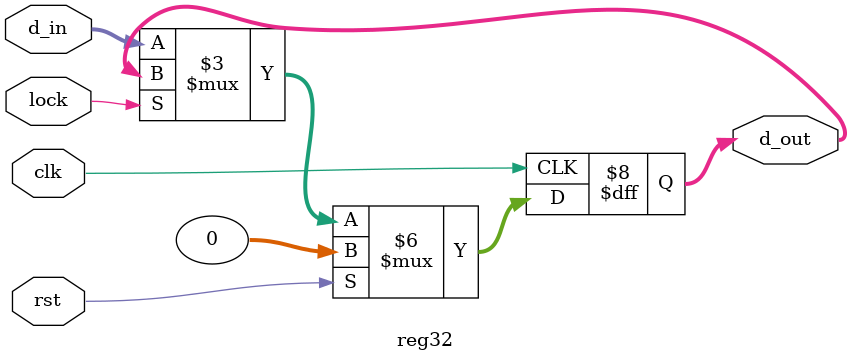
<source format=v>
/*
	Title: 32-Bit Register with Synchronous Reset
	Editor: Selene (Computer System and Architecture Lab, ICE, CYCU)
	
	Input Port
		1. clk
		2. rst: ­«¸m°T¸¹
		3. en_reg: ±±¨î¼È¦s¾¹¬O§_¥i¼g¤J
		4. d_in: ±ý¼g¤Jªº¼È¦s¾¹¸ê®Æ
	Output Port
		1. d_out: ©ÒÅª¨úªº¼È¦s¾¹¸ê®Æ
*/
module reg32 ( clk, rst, lock, d_in, d_out );
    input clk, rst, lock;
    input[31:0]	d_in;
    output[31:0] d_out;
    reg [31:0] d_out;
   
    always @( posedge clk ) begin
        if ( rst )
			d_out <= 32'b0;
        else if ( lock == 1'b0 )
			d_out <= d_in;
    end

endmodule
	

</source>
